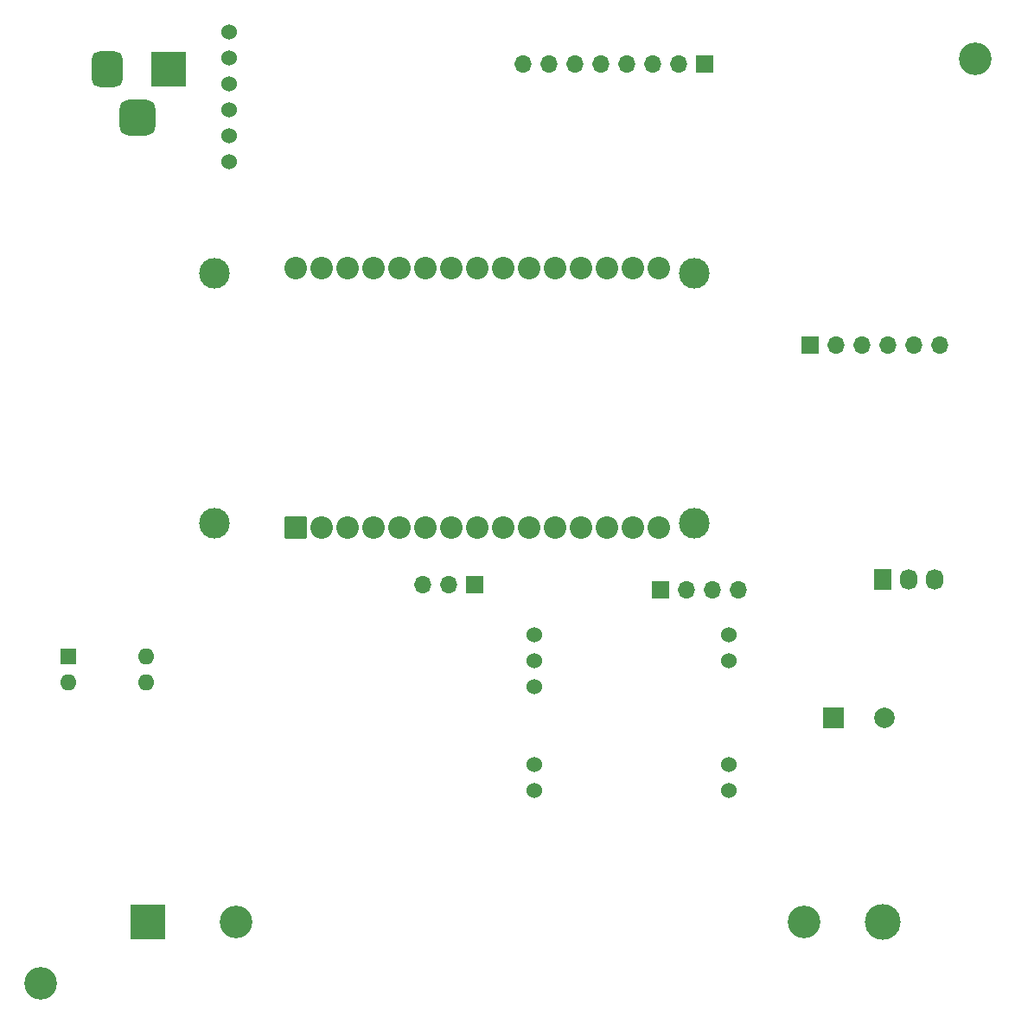
<source format=gbr>
%TF.GenerationSoftware,KiCad,Pcbnew,8.0.4*%
%TF.CreationDate,2024-09-22T15:15:57-05:00*%
%TF.ProjectId,PCB 1,50434220-312e-46b6-9963-61645f706362,rev?*%
%TF.SameCoordinates,Original*%
%TF.FileFunction,Soldermask,Bot*%
%TF.FilePolarity,Negative*%
%FSLAX46Y46*%
G04 Gerber Fmt 4.6, Leading zero omitted, Abs format (unit mm)*
G04 Created by KiCad (PCBNEW 8.0.4) date 2024-09-22 15:15:57*
%MOMM*%
%LPD*%
G01*
G04 APERTURE LIST*
G04 Aperture macros list*
%AMRoundRect*
0 Rectangle with rounded corners*
0 $1 Rounding radius*
0 $2 $3 $4 $5 $6 $7 $8 $9 X,Y pos of 4 corners*
0 Add a 4 corners polygon primitive as box body*
4,1,4,$2,$3,$4,$5,$6,$7,$8,$9,$2,$3,0*
0 Add four circle primitives for the rounded corners*
1,1,$1+$1,$2,$3*
1,1,$1+$1,$4,$5*
1,1,$1+$1,$6,$7*
1,1,$1+$1,$8,$9*
0 Add four rect primitives between the rounded corners*
20,1,$1+$1,$2,$3,$4,$5,0*
20,1,$1+$1,$4,$5,$6,$7,0*
20,1,$1+$1,$6,$7,$8,$9,0*
20,1,$1+$1,$8,$9,$2,$3,0*%
G04 Aperture macros list end*
%ADD10R,1.700000X1.700000*%
%ADD11O,1.700000X1.700000*%
%ADD12C,1.524000*%
%ADD13R,1.730000X2.030000*%
%ADD14O,1.730000X2.030000*%
%ADD15R,3.500000X3.500000*%
%ADD16RoundRect,0.750000X-0.750000X-1.000000X0.750000X-1.000000X0.750000X1.000000X-0.750000X1.000000X0*%
%ADD17RoundRect,0.875000X-0.875000X-0.875000X0.875000X-0.875000X0.875000X0.875000X-0.875000X0.875000X0*%
%ADD18R,1.600000X1.600000*%
%ADD19O,1.600000X1.600000*%
%ADD20C,3.200000*%
%ADD21R,2.000000X2.000000*%
%ADD22C,2.000000*%
%ADD23C,3.500000*%
%ADD24C,2.204000*%
%ADD25RoundRect,0.102000X1.000000X-1.000000X1.000000X1.000000X-1.000000X1.000000X-1.000000X-1.000000X0*%
%ADD26C,3.000000*%
G04 APERTURE END LIST*
D10*
%TO.C,J6*%
X146540000Y-106500000D03*
D11*
X144000000Y-106500000D03*
X141460000Y-106500000D03*
%TD*%
D10*
%TO.C,J5*%
X179380000Y-83000000D03*
D11*
X181920000Y-83000000D03*
X184460000Y-83000000D03*
X187000000Y-83000000D03*
X189540000Y-83000000D03*
X192080000Y-83000000D03*
%TD*%
D10*
%TO.C,J4*%
X169000000Y-55500000D03*
D11*
X166460000Y-55500000D03*
X163920000Y-55500000D03*
X161380000Y-55500000D03*
X158840000Y-55500000D03*
X156300000Y-55500000D03*
X153760000Y-55500000D03*
X151220000Y-55500000D03*
%TD*%
D12*
%TO.C,U3*%
X122500000Y-52340000D03*
X122500000Y-54880000D03*
X122500000Y-57420000D03*
X122500000Y-59960000D03*
X122500000Y-62500000D03*
X122500000Y-65040000D03*
%TD*%
D13*
%TO.C,J1*%
X186460000Y-106000000D03*
D14*
X189000000Y-106000000D03*
X191540000Y-106000000D03*
%TD*%
D15*
%TO.C,J3*%
X116500000Y-56042500D03*
D16*
X110500000Y-56042500D03*
D17*
X113500000Y-60742500D03*
%TD*%
D18*
%TO.C,SW1*%
X106700000Y-113500000D03*
D19*
X106700000Y-116040000D03*
X114320000Y-116040000D03*
X114320000Y-113500000D03*
%TD*%
D20*
%TO.C,REF\u002A\u002A*%
X104000000Y-145500000D03*
%TD*%
%TO.C,REF\u002A\u002A*%
X195500000Y-55000000D03*
%TD*%
D21*
%TO.C,BZ1*%
X181629216Y-119500000D03*
D22*
X186629216Y-119500000D03*
%TD*%
D20*
%TO.C,BT1*%
X123145000Y-139500000D03*
X178755000Y-139500000D03*
D15*
X114500000Y-139500000D03*
D23*
X186500000Y-139500000D03*
%TD*%
D10*
%TO.C,J2*%
X164700000Y-107000000D03*
D11*
X167240000Y-107000000D03*
X169780000Y-107000000D03*
X172320000Y-107000000D03*
%TD*%
D12*
%TO.C,U2*%
X152340000Y-111380000D03*
X152340000Y-113920000D03*
X152340000Y-116460000D03*
X152340000Y-124080000D03*
X152340000Y-126620000D03*
X171390000Y-126620000D03*
X171390000Y-124080000D03*
X171390000Y-113920000D03*
X171390000Y-111380000D03*
%TD*%
D24*
%TO.C,U1*%
X129020000Y-75520000D03*
X131560000Y-75520000D03*
X134100000Y-75520000D03*
X136640000Y-75520000D03*
X139180000Y-75520000D03*
X141720000Y-75520000D03*
X144260000Y-75520000D03*
X146800000Y-75520000D03*
X149340000Y-75520000D03*
X151880000Y-75520000D03*
X154420000Y-75520000D03*
X156960000Y-75520000D03*
X159500000Y-75520000D03*
X162040000Y-75520000D03*
X164580000Y-75520000D03*
X164580000Y-100920000D03*
X162040000Y-100920000D03*
X159500000Y-100920000D03*
X156960000Y-100920000D03*
X154420000Y-100920000D03*
X151880000Y-100920000D03*
X149340000Y-100920000D03*
X146800000Y-100920000D03*
X144260000Y-100920000D03*
X141720000Y-100920000D03*
X139180000Y-100920000D03*
X136640000Y-100920000D03*
X134100000Y-100920000D03*
X131560000Y-100920000D03*
D25*
X129020000Y-100920000D03*
D26*
X168010000Y-75990000D03*
X121060000Y-75990000D03*
X168010000Y-100500000D03*
X121060000Y-100500000D03*
%TD*%
M02*

</source>
